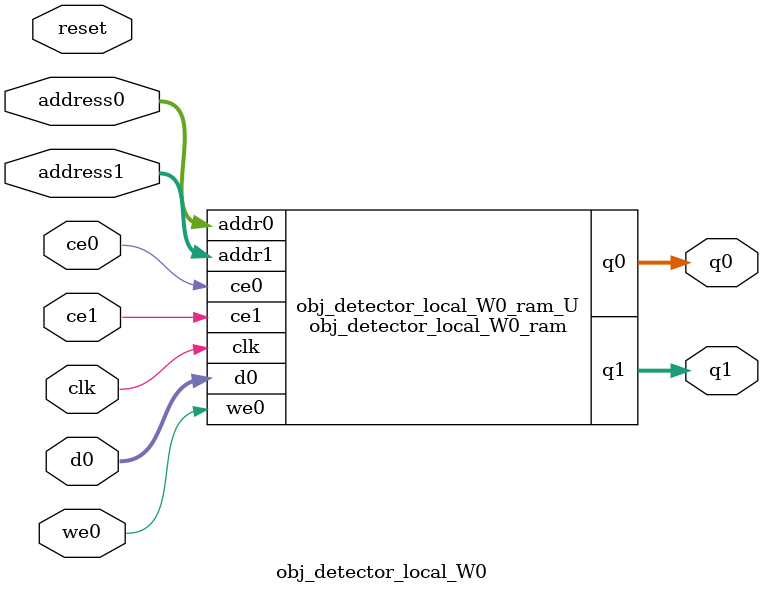
<source format=v>

`timescale 1 ns / 1 ps
module obj_detector_local_W0_ram (addr0, ce0, d0, we0, q0, addr1, ce1, q1,  clk);

parameter DWIDTH = 32;
parameter AWIDTH = 8;
parameter MEM_SIZE = 150;

input[AWIDTH-1:0] addr0;
input ce0;
input[DWIDTH-1:0] d0;
input we0;
output reg[DWIDTH-1:0] q0;
input[AWIDTH-1:0] addr1;
input ce1;
output reg[DWIDTH-1:0] q1;
input clk;

(* ram_style = "block" *)reg [DWIDTH-1:0] ram[MEM_SIZE-1:0];




always @(posedge clk)  
begin 
    if (ce0) 
    begin
        if (we0) 
        begin 
            ram[addr0] <= d0; 
            q0 <= d0;
        end 
        else 
            q0 <= ram[addr0];
    end
end


always @(posedge clk)  
begin 
    if (ce1) 
    begin
            q1 <= ram[addr1];
    end
end


endmodule


`timescale 1 ns / 1 ps
module obj_detector_local_W0(
    reset,
    clk,
    address0,
    ce0,
    we0,
    d0,
    q0,
    address1,
    ce1,
    q1);

parameter DataWidth = 32'd32;
parameter AddressRange = 32'd150;
parameter AddressWidth = 32'd8;
input reset;
input clk;
input[AddressWidth - 1:0] address0;
input ce0;
input we0;
input[DataWidth - 1:0] d0;
output[DataWidth - 1:0] q0;
input[AddressWidth - 1:0] address1;
input ce1;
output[DataWidth - 1:0] q1;



obj_detector_local_W0_ram obj_detector_local_W0_ram_U(
    .clk( clk ),
    .addr0( address0 ),
    .ce0( ce0 ),
    .d0( d0 ),
    .we0( we0 ),
    .q0( q0 ),
    .addr1( address1 ),
    .ce1( ce1 ),
    .q1( q1 ));

endmodule


</source>
